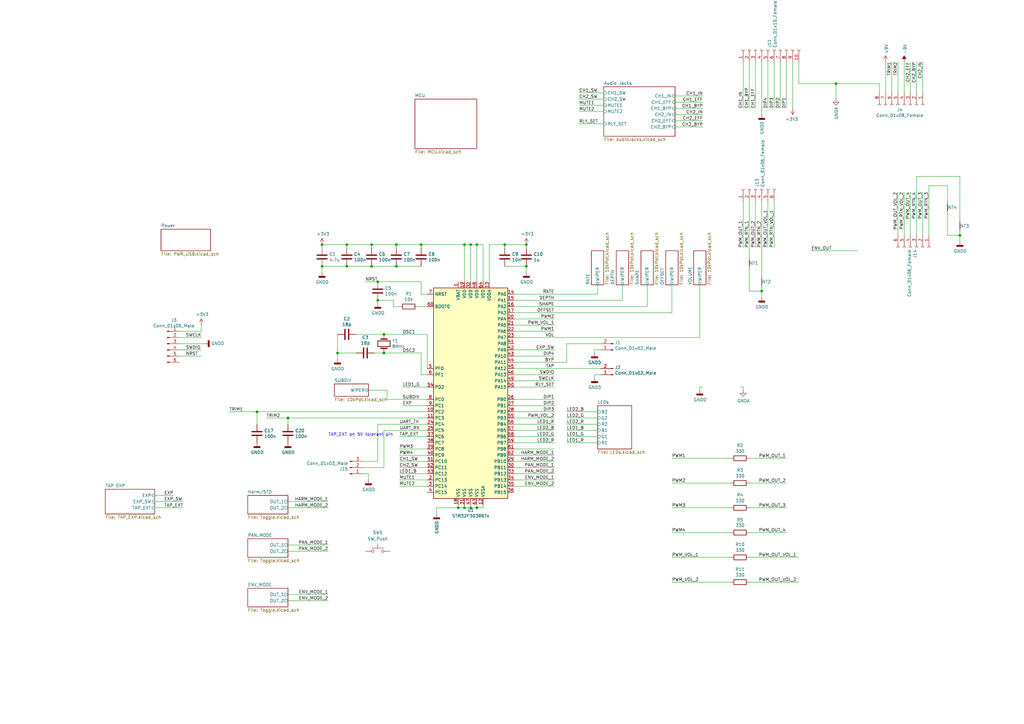
<source format=kicad_sch>
(kicad_sch (version 20250114) (generator "eeschema") (generator_version "9.0")
  (paper "A3")
  (lib_symbols
    (symbol "Device:C" (pin_numbers (hide yes)) (pin_names (offset 0.254))
      (property "Reference" "C" (at 0.635 2.54 0))
      (property "Value" "C" (at 0.635 -2.54 0))
      (symbol "C_1_1"
        (pin passive line (at 0 3.81 270) (length 2.794) (name "~") (number "1"))
        (pin passive line (at 0 -3.81 90) (length 2.794) (name "~") (number "2"))
      )
    )
    (symbol "Device:Crystal" (pin_numbers (hide yes)) (pin_names (offset 1.016) (hide yes))
      (property "Reference" "Y" (at 0 3.81 0))
      (property "Value" "Crystal" (at 0 -3.81 0))
      (symbol "Crystal_1_1"
        (pin passive line (at -3.81 0 0) (length 1.27) (name "1") (number "1"))
        (pin passive line (at 3.81 0 180) (length 1.27) (name "2") (number "2"))
      )
    )
    (symbol "Device:NetTie_2" (pin_numbers (hide yes)) (pin_names (offset 0) (hide yes)) (in_bom no)
      (property "Reference" "NT" (at 0 1.27 0))
      (property "Value" "NetTie_2" (at 0 -1.27 0))
      (symbol "NetTie_2_1_1"
        (pin passive line (at -2.54 0 0) (length 2.54) (name "1") (number "1"))
        (pin passive line (at 2.54 0 180) (length 2.54) (name "2") (number "2"))
      )
    )
    (symbol "Device:R" (pin_numbers (hide yes)) (pin_names (offset 0))
      (property "Reference" "R" (at 2.032 0 90))
      (property "Value" "R" (at 0 0 90))
      (symbol "R_1_1"
        (pin passive line (at 0 3.81 270) (length 1.27) (name "~") (number "1"))
        (pin passive line (at 0 -3.81 90) (length 1.27) (name "~") (number "2"))
      )
    )
    (symbol "Digital Board Rev 2-rescue:+9V-power" (power) (pin_names (offset 0))
      (property "Value" "power_+9V" (at 0 3.556 0))
      (symbol "+9V-power_1_1"
        (pin power_in line (at 0 0 90) (length 0) (hide yes) (name "+9V") (number "1"))
      )
    )
    (symbol "Digital Board Rev 2-rescue:-9V-power" (power) (pin_names (offset 0))
      (property "Value" "power_-9V" (at 0 3.81 0))
      (symbol "-9V-power_1_1"
        (pin power_in line (at 0 0 90) (length 0) (hide yes) (name "-9V") (number "1"))
      )
    )
    (symbol "Digital Board Rev 2-rescue:Conn_01x02_Male-Connector" (pin_names (offset 1.016) (hide yes))
      (property "Reference" "J" (at 0 2.54 0))
      (property "Value" "Connector_Conn_01x02_Male" (at 0 -5.08 0))
      (symbol "Conn_01x02_Male-Connector_1_1"
        (pin passive line (at 5.08 0 180) (length 3.81) (name "Pin_1") (number "1"))
        (pin passive line (at 5.08 -2.54 180) (length 3.81) (name "Pin_2") (number "2"))
      )
    )
    (symbol "Digital Board Rev 2-rescue:Conn_01x03_Male-Connector" (pin_names (offset 1.016) (hide yes))
      (property "Reference" "J" (at 0 5.08 0))
      (property "Value" "Connector_Conn_01x03_Male" (at 0 -5.08 0))
      (symbol "Conn_01x03_Male-Connector_1_1"
        (pin passive line (at 5.08 2.54 180) (length 3.81) (name "Pin_1") (number "1"))
        (pin passive line (at 5.08 0 180) (length 3.81) (name "Pin_2") (number "2"))
        (pin passive line (at 5.08 -2.54 180) (length 3.81) (name "Pin_3") (number "3"))
      )
    )
    (symbol "Digital Board Rev 2-rescue:Conn_01x06_Female-Connector" (pin_names (offset 1.016) (hide yes))
      (property "Reference" "J" (at 0 7.62 0))
      (property "Value" "Connector_Conn_01x06_Female" (at 0 -10.16 0))
      (symbol "Conn_01x06_Female-Connector_1_1"
        (pin passive line (at -5.08 5.08 0) (length 3.81) (name "Pin_1") (number "1"))
        (pin passive line (at -5.08 2.54 0) (length 3.81) (name "Pin_2") (number "2"))
        (pin passive line (at -5.08 0 0) (length 3.81) (name "Pin_3") (number "3"))
        (pin passive line (at -5.08 -2.54 0) (length 3.81) (name "Pin_4") (number "4"))
        (pin passive line (at -5.08 -5.08 0) (length 3.81) (name "Pin_5") (number "5"))
        (pin passive line (at -5.08 -7.62 0) (length 3.81) (name "Pin_6") (number "6"))
      )
    )
    (symbol "Digital Board Rev 2-rescue:Conn_01x06_Male-Connector" (pin_names (offset 1.016) (hide yes))
      (property "Reference" "J" (at 0 7.62 0))
      (property "Value" "Connector_Conn_01x06_Male" (at 0 -10.16 0))
      (symbol "Conn_01x06_Male-Connector_1_1"
        (pin passive line (at 5.08 5.08 180) (length 3.81) (name "Pin_1") (number "1"))
        (pin passive line (at 5.08 2.54 180) (length 3.81) (name "Pin_2") (number "2"))
        (pin passive line (at 5.08 0 180) (length 3.81) (name "Pin_3") (number "3"))
        (pin passive line (at 5.08 -2.54 180) (length 3.81) (name "Pin_4") (number "4"))
        (pin passive line (at 5.08 -5.08 180) (length 3.81) (name "Pin_5") (number "5"))
        (pin passive line (at 5.08 -7.62 180) (length 3.81) (name "Pin_6") (number "6"))
      )
    )
    (symbol "Digital Board Rev 2-rescue:Conn_01x08_Female-Connector" (pin_names (offset 1.016) (hide yes))
      (property "Reference" "J" (at 0 10.16 0))
      (property "Value" "Connector_Conn_01x08_Female" (at 0 -12.7 0))
      (symbol "Conn_01x08_Female-Connector_1_1"
        (pin passive line (at -5.08 7.62 0) (length 3.81) (name "Pin_1") (number "1"))
        (pin passive line (at -5.08 5.08 0) (length 3.81) (name "Pin_2") (number "2"))
        (pin passive line (at -5.08 2.54 0) (length 3.81) (name "Pin_3") (number "3"))
        (pin passive line (at -5.08 0 0) (length 3.81) (name "Pin_4") (number "4"))
        (pin passive line (at -5.08 -2.54 0) (length 3.81) (name "Pin_5") (number "5"))
        (pin passive line (at -5.08 -5.08 0) (length 3.81) (name "Pin_6") (number "6"))
        (pin passive line (at -5.08 -7.62 0) (length 3.81) (name "Pin_7") (number "7"))
        (pin passive line (at -5.08 -10.16 0) (length 3.81) (name "Pin_8") (number "8"))
      )
    )
    (symbol "Digital Board Rev 2-rescue:Conn_01x10_Female-Connector" (pin_names (offset 1.016) (hide yes))
      (property "Reference" "J" (at 0 12.7 0))
      (property "Value" "Connector_Conn_01x10_Female" (at 0 -15.24 0))
      (symbol "Conn_01x10_Female-Connector_1_1"
        (pin passive line (at -5.08 10.16 0) (length 3.81) (name "Pin_1") (number "1"))
        (pin passive line (at -5.08 7.62 0) (length 3.81) (name "Pin_2") (number "2"))
        (pin passive line (at -5.08 5.08 0) (length 3.81) (name "Pin_3") (number "3"))
        (pin passive line (at -5.08 2.54 0) (length 3.81) (name "Pin_4") (number "4"))
        (pin passive line (at -5.08 0 0) (length 3.81) (name "Pin_5") (number "5"))
        (pin passive line (at -5.08 -2.54 0) (length 3.81) (name "Pin_6") (number "6"))
        (pin passive line (at -5.08 -5.08 0) (length 3.81) (name "Pin_7") (number "7"))
        (pin passive line (at -5.08 -7.62 0) (length 3.81) (name "Pin_8") (number "8"))
        (pin passive line (at -5.08 -10.16 0) (length 3.81) (name "Pin_9") (number "9"))
        (pin passive line (at -5.08 -12.7 0) (length 3.81) (name "Pin_10") (number "10"))
      )
    )
    (symbol "Digital Board Rev 2-rescue:GNDA-power" (power) (pin_names (offset 0))
      (property "Value" "power_GNDA" (at 0 -3.81 0))
      (symbol "GNDA-power_1_1"
        (pin power_in line (at 0 0 270) (length 0) (hide yes) (name "GNDA") (number "1"))
      )
    )
    (symbol "Digital Board Rev 2-rescue:GNDD-power" (power) (pin_names (offset 0))
      (property "Value" "power_GNDD" (at 0 -3.175 0))
      (symbol "GNDD-power_1_1"
        (pin power_in line (at 0 0 270) (length 0) (hide yes) (name "GNDD") (number "1"))
      )
    )
    (symbol "Digital Board Rev 2-rescue:STM32F303R6Tx-MCU_ST_STM32F3"
      (property "Reference" "U" (at -15.24 44.45 0))
      (property "Value" "MCU_ST_STM32F3_STM32F303R6Tx" (at 10.16 44.45 0))
      (symbol "STM32F303R6Tx-MCU_ST_STM32F3_1_1"
        (pin input line (at -17.78 40.64 0) (length 2.54) (name "NRST") (number "7"))
        (pin input line (at -17.78 35.56 0) (length 2.54) (name "BOOT0") (number "60"))
        (pin input line (at -17.78 10.16 0) (length 2.54) (name "PF0") (number "5"))
        (pin input line (at -17.78 7.62 0) (length 2.54) (name "PF1") (number "6"))
        (pin bidirectional line (at -17.78 2.54 0) (length 2.54) (name "PD2") (number "54"))
        (pin bidirectional line (at -17.78 -2.54 0) (length 2.54) (name "PC0") (number "8"))
        (pin bidirectional line (at -17.78 -5.08 0) (length 2.54) (name "PC1") (number "9"))
        (pin bidirectional line (at -17.78 -7.62 0) (length 2.54) (name "PC2") (number "10"))
        (pin bidirectional line (at -17.78 -10.16 0) (length 2.54) (name "PC3") (number "11"))
        (pin bidirectional line (at -17.78 -12.7 0) (length 2.54) (name "PC4") (number "24"))
        (pin bidirectional line (at -17.78 -15.24 0) (length 2.54) (name "PC5") (number "25"))
        (pin bidirectional line (at -17.78 -17.78 0) (length 2.54) (name "PC6") (number "37"))
        (pin bidirectional line (at -17.78 -20.32 0) (length 2.54) (name "PC7") (number "38"))
        (pin bidirectional line (at -17.78 -22.86 0) (length 2.54) (name "PC8") (number "39"))
        (pin bidirectional line (at -17.78 -25.4 0) (length 2.54) (name "PC9") (number "40"))
        (pin bidirectional line (at -17.78 -27.94 0) (length 2.54) (name "PC10") (number "51"))
        (pin bidirectional line (at -17.78 -30.48 0) (length 2.54) (name "PC11") (number "52"))
        (pin bidirectional line (at -17.78 -33.02 0) (length 2.54) (name "PC12") (number "53"))
        (pin bidirectional line (at -17.78 -35.56 0) (length 2.54) (name "PC13") (number "2"))
        (pin bidirectional line (at -17.78 -38.1 0) (length 2.54) (name "PC14") (number "3"))
        (pin bidirectional line (at -17.78 -40.64 0) (length 2.54) (name "PC15") (number "4"))
        (pin power_in line (at -5.08 45.72 270) (length 2.54) (name "VBAT") (number "1"))
        (pin power_in line (at -5.08 -45.72 90) (length 2.54) (name "VSS") (number "18"))
        (pin power_in line (at -2.54 45.72 270) (length 2.54) (name "VDD") (number "19"))
        (pin power_in line (at -2.54 -45.72 90) (length 2.54) (name "VSS") (number "31"))
        (pin power_in line (at 0 45.72 270) (length 2.54) (name "VDD") (number "32"))
        (pin power_in line (at 0 -45.72 90) (length 2.54) (name "VSS") (number "47"))
        (pin power_in line (at 2.54 45.72 270) (length 2.54) (name "VDD") (number "48"))
        (pin power_in line (at 2.54 -45.72 90) (length 2.54) (name "VSS") (number "63"))
        (pin power_in line (at 5.08 45.72 270) (length 2.54) (name "VDD") (number "64"))
        (pin power_in line (at 5.08 -45.72 90) (length 2.54) (name "VSSA") (number "12"))
        (pin power_in line (at 7.62 45.72 270) (length 2.54) (name "VDDA") (number "13"))
        (pin bidirectional line (at 17.78 40.64 180) (length 2.54) (name "PA0") (number "14"))
        (pin bidirectional line (at 17.78 38.1 180) (length 2.54) (name "PA1") (number "15"))
        (pin bidirectional line (at 17.78 35.56 180) (length 2.54) (name "PA2") (number "16"))
        (pin bidirectional line (at 17.78 33.02 180) (length 2.54) (name "PA3") (number "17"))
        (pin bidirectional line (at 17.78 30.48 180) (length 2.54) (name "PA4") (number "20"))
        (pin bidirectional line (at 17.78 27.94 180) (length 2.54) (name "PA5") (number "21"))
        (pin bidirectional line (at 17.78 25.4 180) (length 2.54) (name "PA6") (number "22"))
        (pin bidirectional line (at 17.78 22.86 180) (length 2.54) (name "PA7") (number "23"))
        (pin bidirectional line (at 17.78 20.32 180) (length 2.54) (name "PA8") (number "41"))
        (pin bidirectional line (at 17.78 17.78 180) (length 2.54) (name "PA9") (number "42"))
        (pin bidirectional line (at 17.78 15.24 180) (length 2.54) (name "PA10") (number "43"))
        (pin bidirectional line (at 17.78 12.7 180) (length 2.54) (name "PA11") (number "44"))
        (pin bidirectional line (at 17.78 10.16 180) (length 2.54) (name "PA12") (number "45"))
        (pin bidirectional line (at 17.78 7.62 180) (length 2.54) (name "PA13") (number "46"))
        (pin bidirectional line (at 17.78 5.08 180) (length 2.54) (name "PA14") (number "49"))
        (pin bidirectional line (at 17.78 2.54 180) (length 2.54) (name "PA15") (number "50"))
        (pin bidirectional line (at 17.78 -2.54 180) (length 2.54) (name "PB0") (number "26"))
        (pin bidirectional line (at 17.78 -5.08 180) (length 2.54) (name "PB1") (number "27"))
        (pin bidirectional line (at 17.78 -7.62 180) (length 2.54) (name "PB2") (number "28"))
        (pin bidirectional line (at 17.78 -10.16 180) (length 2.54) (name "PB3") (number "55"))
        (pin bidirectional line (at 17.78 -12.7 180) (length 2.54) (name "PB4") (number "56"))
        (pin bidirectional line (at 17.78 -15.24 180) (length 2.54) (name "PB5") (number "57"))
        (pin bidirectional line (at 17.78 -17.78 180) (length 2.54) (name "PB6") (number "58"))
        (pin bidirectional line (at 17.78 -20.32 180) (length 2.54) (name "PB7") (number "59"))
        (pin bidirectional line (at 17.78 -22.86 180) (length 2.54) (name "PB8") (number "61"))
        (pin bidirectional line (at 17.78 -25.4 180) (length 2.54) (name "PB9") (number "62"))
        (pin bidirectional line (at 17.78 -27.94 180) (length 2.54) (name "PB10") (number "29"))
        (pin bidirectional line (at 17.78 -30.48 180) (length 2.54) (name "PB11") (number "30"))
        (pin bidirectional line (at 17.78 -33.02 180) (length 2.54) (name "PB12") (number "33"))
        (pin bidirectional line (at 17.78 -35.56 180) (length 2.54) (name "PB13") (number "34"))
        (pin bidirectional line (at 17.78 -38.1 180) (length 2.54) (name "PB14") (number "35"))
        (pin bidirectional line (at 17.78 -40.64 180) (length 2.54) (name "PB15") (number "36"))
      )
    )
    (symbol "Digital-Board-Rev-2-rescue:+3.3V-power" (power) (pin_names (offset 0))
      (property "Value" "+3.3V-power" (at 0 3.556 0))
      (symbol "+3.3V-power_1_1"
        (pin power_in line (at 0 0 90) (length 0) (hide yes) (name "+3V3") (number "1"))
      )
    )
    (symbol "Switch:SW_Push" (pin_numbers (hide yes)) (pin_names (offset 1.016) (hide yes))
      (property "Reference" "SW" (at 1.27 2.54 0))
      (property "Value" "SW_Push" (at 0 -1.524 0))
      (symbol "SW_Push_0_1"
        (pin passive line (at -5.08 0 0) (length 2.54) (name "1") (number "1"))
        (pin passive line (at 5.08 0 180) (length 2.54) (name "2") (number "2"))
      )
    )
  )
  (text "TAP_EXT on 5V tolerant pin" (at 134.62 179.07 0) (effects (font (size 1.27 1.27)) (justify left bottom)))
  (junction (at 393.7 96.52))
  (junction (at 193.04 100.33))
  (junction (at 207.01 100.33))
  (junction (at 187.96 208.28))
  (junction (at 138.43 144.78))
  (junction (at 154.94 115.57))
  (junction (at 132.08 109.22))
  (junction (at 118.11 171.45))
  (junction (at 195.58 208.28))
  (junction (at 142.24 100.33))
  (junction (at 190.5 208.28))
  (junction (at 142.24 109.22))
  (junction (at 312.42 119.38))
  (junction (at 193.04 208.28))
  (junction (at 190.5 100.33))
  (junction (at 105.41 168.91))
  (junction (at 132.08 100.33))
  (junction (at 162.56 109.22))
  (junction (at 152.4 109.22))
  (junction (at 157.48 144.78))
  (junction (at 162.56 100.33))
  (junction (at 172.72 100.33))
  (junction (at 215.9 100.33))
  (junction (at 152.4 100.33))
  (junction (at 215.9 109.22))
  (junction (at 157.48 137.16))
  (junction (at 154.94 123.19))
  (junction (at 195.58 100.33))
  (junction (at 342.9 34.29))
  (wire (pts (xy 134.62 208.28) (xy 118.11 208.28)))
  (wire (pts (xy 82.55 135.89) (xy 73.66 135.89)))
  (wire (pts (xy 152.4 100.33) (xy 162.56 100.33)))
  (wire (pts (xy 375.92 72.39) (xy 375.92 96.52)))
  (wire (pts (xy 71.12 203.2) (xy 63.5 203.2)))
  (wire (pts (xy 370.84 96.52) (xy 370.84 78.74)))
  (wire (pts (xy 163.83 196.85) (xy 175.26 196.85)))
  (wire (pts (xy 363.22 25.4) (xy 363.22 38.1)))
  (wire (pts (xy 312.42 119.38) (xy 312.42 118.11)))
  (wire (pts (xy 307.34 198.12) (xy 322.58 198.12)))
  (wire (pts (xy 332.74 102.87) (xy 351.79 102.87)))
  (wire (pts (xy 132.08 101.6) (xy 132.08 100.33)))
  (wire (pts (xy 198.12 100.33) (xy 195.58 100.33)))
  (wire (pts (xy 375.92 72.39) (xy 393.7 72.39)))
  (wire (pts (xy 232.41 181.61) (xy 245.11 181.61)))
  (wire (pts (xy 154.94 115.57) (xy 172.72 115.57)))
  (wire (pts (xy 210.82 133.35) (xy 227.33 133.35)))
  (wire (pts (xy 227.33 189.23) (xy 210.82 189.23)))
  (wire (pts (xy 307.34 228.6) (xy 327.66 228.6)))
  (wire (pts (xy 154.94 189.23) (xy 154.94 173.99)))
  (wire (pts (xy 207.01 100.33) (xy 200.66 100.33)))
  (wire (pts (xy 163.83 186.69) (xy 175.26 186.69)))
  (wire (pts (xy 179.07 208.28) (xy 179.07 210.82)))
  (wire (pts (xy 393.7 99.06) (xy 393.7 96.52)))
  (wire (pts (xy 193.04 115.57) (xy 193.04 100.33)))
  (wire (pts (xy 138.43 144.78) (xy 138.43 137.16)))
  (wire (pts (xy 172.72 115.57) (xy 172.72 120.65)))
  (wire (pts (xy 232.41 140.97) (xy 232.41 148.59)))
  (wire (pts (xy 243.84 153.67) (xy 246.38 153.67)))
  (wire (pts (xy 342.9 34.29) (xy 360.68 34.29)))
  (wire (pts (xy 275.59 238.76) (xy 299.72 238.76)))
  (wire (pts (xy 195.58 115.57) (xy 195.58 100.33)))
  (wire (pts (xy 158.75 163.83) (xy 175.26 163.83)))
  (wire (pts (xy 276.86 41.91) (xy 288.29 41.91)))
  (wire (pts (xy 314.96 44.45) (xy 314.96 25.4)))
  (wire (pts (xy 163.83 189.23) (xy 175.26 189.23)))
  (wire (pts (xy 132.08 109.22) (xy 142.24 109.22)))
  (wire (pts (xy 227.33 158.75) (xy 210.82 158.75)))
  (wire (pts (xy 118.11 171.45) (xy 175.26 171.45)))
  (wire (pts (xy 365.76 25.4) (xy 365.76 38.1)))
  (wire (pts (xy 237.49 45.72) (xy 247.65 45.72)))
  (wire (pts (xy 237.49 50.8) (xy 247.65 50.8)))
  (wire (pts (xy 207.01 109.22) (xy 215.9 109.22)))
  (wire (pts (xy 190.5 208.28) (xy 190.5 207.01)))
  (wire (pts (xy 152.4 101.6) (xy 152.4 100.33)))
  (wire (pts (xy 227.33 168.91) (xy 210.82 168.91)))
  (wire (pts (xy 276.86 49.53) (xy 288.29 49.53)))
  (wire (pts (xy 227.33 135.89) (xy 210.82 135.89)))
  (wire (pts (xy 193.04 100.33) (xy 190.5 100.33)))
  (wire (pts (xy 232.41 176.53) (xy 245.11 176.53)))
  (wire (pts (xy 210.82 148.59) (xy 232.41 148.59)))
  (wire (pts (xy 172.72 100.33) (xy 190.5 100.33)))
  (wire (pts (xy 393.7 72.39) (xy 393.7 90.17)))
  (wire (pts (xy 342.9 34.29) (xy 327.66 34.29)))
  (wire (pts (xy 163.83 199.39) (xy 175.26 199.39)))
  (wire (pts (xy 161.29 125.73) (xy 163.83 125.73)))
  (wire (pts (xy 138.43 147.32) (xy 138.43 144.78)))
  (wire (pts (xy 215.9 111.76) (xy 215.9 109.22)))
  (wire (pts (xy 187.96 208.28) (xy 190.5 208.28)))
  (wire (pts (xy 275.59 187.96) (xy 299.72 187.96)))
  (wire (pts (xy 288.29 46.99) (xy 276.86 46.99)))
  (wire (pts (xy 304.8 158.75) (xy 303.53 158.75)))
  (wire (pts (xy 162.56 109.22) (xy 172.72 109.22)))
  (wire (pts (xy 163.83 184.15) (xy 175.26 184.15)))
  (wire (pts (xy 232.41 173.99) (xy 245.11 173.99)))
  (wire (pts (xy 154.94 123.19) (xy 161.29 123.19)))
  (wire (pts (xy 275.59 198.12) (xy 299.72 198.12)))
  (wire (pts (xy 275.59 208.28) (xy 299.72 208.28)))
  (wire (pts (xy 232.41 179.07) (xy 245.11 179.07)))
  (wire (pts (xy 227.33 143.51) (xy 210.82 143.51)))
  (wire (pts (xy 134.62 246.38) (xy 118.11 246.38)))
  (wire (pts (xy 327.66 34.29) (xy 327.66 25.4)))
  (wire (pts (xy 138.43 144.78) (xy 146.05 144.78)))
  (wire (pts (xy 161.29 123.19) (xy 161.29 125.73)))
  (wire (pts (xy 134.62 223.52) (xy 118.11 223.52)))
  (wire (pts (xy 210.82 156.21) (xy 227.33 156.21)))
  (wire (pts (xy 312.42 46.99) (xy 312.42 25.4)))
  (wire (pts (xy 179.07 208.28) (xy 187.96 208.28)))
  (wire (pts (xy 388.62 96.52) (xy 393.7 96.52)))
  (wire (pts (xy 243.84 144.78) (xy 243.84 143.51)))
  (wire (pts (xy 275.59 116.84) (xy 275.59 128.27)))
  (wire (pts (xy 210.82 151.13) (xy 246.38 151.13)))
  (wire (pts (xy 190.5 208.28) (xy 193.04 208.28)))
  (wire (pts (xy 227.33 191.77) (xy 210.82 191.77)))
  (wire (pts (xy 243.84 143.51) (xy 246.38 143.51)))
  (wire (pts (xy 342.9 40.64) (xy 342.9 34.29)))
  (wire (pts (xy 227.33 130.81) (xy 210.82 130.81)))
  (wire (pts (xy 227.33 196.85) (xy 210.82 196.85)))
  (wire (pts (xy 171.45 125.73) (xy 175.26 125.73)))
  (wire (pts (xy 255.27 116.84) (xy 255.27 123.19)))
  (wire (pts (xy 175.26 151.13) (xy 175.26 137.16)))
  (wire (pts (xy 162.56 101.6) (xy 162.56 100.33)))
  (wire (pts (xy 132.08 100.33) (xy 142.24 100.33)))
  (wire (pts (xy 210.82 125.73) (xy 265.43 125.73)))
  (wire (pts (xy 151.13 194.31) (xy 151.13 196.85)))
  (wire (pts (xy 82.55 146.05) (xy 73.66 146.05)))
  (wire (pts (xy 275.59 228.6) (xy 299.72 228.6)))
  (wire (pts (xy 157.48 176.53) (xy 157.48 191.77)))
  (wire (pts (xy 157.48 176.53) (xy 175.26 176.53)))
  (wire (pts (xy 134.62 205.74) (xy 118.11 205.74)))
  (wire (pts (xy 109.22 171.45) (xy 118.11 171.45)))
  (wire (pts (xy 215.9 100.33) (xy 207.01 100.33)))
  (wire (pts (xy 210.82 179.07) (xy 227.33 179.07)))
  (wire (pts (xy 276.86 44.45) (xy 288.29 44.45)))
  (wire (pts (xy 157.48 191.77) (xy 148.59 191.77)))
  (wire (pts (xy 172.72 144.78) (xy 172.72 153.67)))
  (wire (pts (xy 195.58 208.28) (xy 195.58 207.01)))
  (wire (pts (xy 373.38 25.4) (xy 373.38 38.1)))
  (wire (pts (xy 210.82 120.65) (xy 245.11 120.65)))
  (wire (pts (xy 373.38 78.74) (xy 373.38 96.52)))
  (wire (pts (xy 287.02 116.84) (xy 287.02 138.43)))
  (wire (pts (xy 227.33 181.61) (xy 210.82 181.61)))
  (wire (pts (xy 360.68 34.29) (xy 360.68 38.1)))
  (wire (pts (xy 118.11 173.99) (xy 118.11 171.45)))
  (wire (pts (xy 148.59 189.23) (xy 154.94 189.23)))
  (wire (pts (xy 375.92 25.4) (xy 375.92 38.1)))
  (wire (pts (xy 210.82 173.99) (xy 227.33 173.99)))
  (wire (pts (xy 287.02 158.75) (xy 287.02 160.02)))
  (wire (pts (xy 172.72 120.65) (xy 175.26 120.65)))
  (wire (pts (xy 82.55 143.51) (xy 73.66 143.51)))
  (wire (pts (xy 227.33 186.69) (xy 210.82 186.69)))
  (wire (pts (xy 142.24 101.6) (xy 142.24 100.33)))
  (wire (pts (xy 307.34 119.38) (xy 312.42 119.38)))
  (wire (pts (xy 154.94 173.99) (xy 175.26 173.99)))
  (wire (pts (xy 307.34 218.44) (xy 322.58 218.44)))
  (wire (pts (xy 314.96 101.6) (xy 314.96 82.55)))
  (wire (pts (xy 378.46 96.52) (xy 378.46 78.74)))
  (wire (pts (xy 307.34 25.4) (xy 307.34 44.45)))
  (wire (pts (xy 200.66 100.33) (xy 200.66 115.57)))
  (wire (pts (xy 227.33 171.45) (xy 210.82 171.45)))
  (wire (pts (xy 307.34 238.76) (xy 327.66 238.76)))
  (wire (pts (xy 142.24 100.33) (xy 152.4 100.33)))
  (wire (pts (xy 82.55 138.43) (xy 73.66 138.43)))
  (wire (pts (xy 165.1 166.37) (xy 175.26 166.37)))
  (wire (pts (xy 193.04 208.28) (xy 195.58 208.28)))
  (wire (pts (xy 157.48 144.78) (xy 172.72 144.78)))
  (wire (pts (xy 193.04 208.28) (xy 193.04 207.01)))
  (wire (pts (xy 175.26 137.16) (xy 157.48 137.16)))
  (wire (pts (xy 210.82 153.67) (xy 227.33 153.67)))
  (wire (pts (xy 237.49 40.64) (xy 247.65 40.64)))
  (wire (pts (xy 210.82 128.27) (xy 275.59 128.27)))
  (wire (pts (xy 232.41 168.91) (xy 245.11 168.91)))
  (wire (pts (xy 288.29 39.37) (xy 276.86 39.37)))
  (wire (pts (xy 163.83 194.31) (xy 175.26 194.31)))
  (wire (pts (xy 317.5 44.45) (xy 317.5 25.4)))
  (wire (pts (xy 175.26 153.67) (xy 172.72 153.67)))
  (wire (pts (xy 232.41 171.45) (xy 245.11 171.45)))
  (wire (pts (xy 304.8 160.02) (xy 304.8 158.75)))
  (wire (pts (xy 134.62 226.06) (xy 118.11 226.06)))
  (wire (pts (xy 322.58 208.28) (xy 307.34 208.28)))
  (wire (pts (xy 146.05 137.16) (xy 157.48 137.16)))
  (wire (pts (xy 151.13 160.02) (xy 158.75 160.02)))
  (wire (pts (xy 187.96 208.28) (xy 187.96 207.01)))
  (wire (pts (xy 227.33 166.37) (xy 210.82 166.37)))
  (wire (pts (xy 312.42 82.55) (xy 312.42 113.03)))
  (wire (pts (xy 157.48 144.78) (xy 153.67 144.78)))
  (wire (pts (xy 227.33 176.53) (xy 210.82 176.53)))
  (wire (pts (xy 227.33 194.31) (xy 210.82 194.31)))
  (wire (pts (xy 320.04 44.45) (xy 320.04 25.4)))
  (wire (pts (xy 317.5 101.6) (xy 317.5 82.55)))
  (wire (pts (xy 190.5 100.33) (xy 190.5 115.57)))
  (wire (pts (xy 154.94 115.57) (xy 149.86 115.57)))
  (wire (pts (xy 325.12 44.45) (xy 325.12 25.4)))
  (wire (pts (xy 393.7 96.52) (xy 393.7 95.25)))
  (wire (pts (xy 245.11 116.84) (xy 245.11 120.65)))
  (wire (pts (xy 148.59 194.31) (xy 151.13 194.31)))
  (wire (pts (xy 288.29 158.75) (xy 287.02 158.75)))
  (wire (pts (xy 210.82 163.83) (xy 227.33 163.83)))
  (wire (pts (xy 237.49 38.1) (xy 247.65 38.1)))
  (wire (pts (xy 307.34 110.49) (xy 307.34 119.38)))
  (wire (pts (xy 82.55 133.35) (xy 82.55 135.89)))
  (wire (pts (xy 309.88 101.6) (xy 309.88 82.55)))
  (wire (pts (xy 195.58 100.33) (xy 193.04 100.33)))
  (wire (pts (xy 63.5 208.28) (xy 74.93 208.28)))
  (wire (pts (xy 210.82 184.15) (xy 227.33 184.15)))
  (wire (pts (xy 237.49 43.18) (xy 247.65 43.18)))
  (wire (pts (xy 210.82 138.43) (xy 287.02 138.43)))
  (wire (pts (xy 276.86 52.07) (xy 288.29 52.07)))
  (wire (pts (xy 83.82 140.97) (xy 73.66 140.97)))
  (wire (pts (xy 63.5 205.74) (xy 74.93 205.74)))
  (wire (pts (xy 388.62 76.2) (xy 381 76.2)))
  (wire (pts (xy 370.84 25.4) (xy 370.84 38.1)))
  (wire (pts (xy 134.62 243.84) (xy 118.11 243.84)))
  (wire (pts (xy 381 76.2) (xy 381 96.52)))
  (wire (pts (xy 105.41 168.91) (xy 175.26 168.91)))
  (wire (pts (xy 304.8 101.6) (xy 304.8 82.55)))
  (wire (pts (xy 368.3 25.4) (xy 368.3 38.1)))
  (wire (pts (xy 154.94 123.19) (xy 154.94 124.46)))
  (wire (pts (xy 210.82 123.19) (xy 255.27 123.19)))
  (wire (pts (xy 388.62 82.55) (xy 388.62 76.2)))
  (wire (pts (xy 309.88 44.45) (xy 309.88 25.4)))
  (wire (pts (xy 227.33 146.05) (xy 210.82 146.05)))
  (wire (pts (xy 243.84 154.94) (xy 243.84 153.67)))
  (wire (pts (xy 195.58 208.28) (xy 198.12 208.28)))
  (wire (pts (xy 275.59 218.44) (xy 299.72 218.44)))
  (wire (pts (xy 152.4 109.22) (xy 162.56 109.22)))
  (wire (pts (xy 132.08 111.76) (xy 132.08 109.22)))
  (wire (pts (xy 207.01 101.6) (xy 207.01 100.33)))
  (wire (pts (xy 142.24 109.22) (xy 152.4 109.22)))
  (wire (pts (xy 210.82 199.39) (xy 227.33 199.39)))
  (wire (pts (xy 93.98 168.91) (xy 105.41 168.91)))
  (wire (pts (xy 232.41 140.97) (xy 246.38 140.97)))
  (wire (pts (xy 378.46 25.4) (xy 378.46 38.1)))
  (wire (pts (xy 105.41 173.99) (xy 105.41 168.91)))
  (wire (pts (xy 388.62 87.63) (xy 388.62 96.52)))
  (wire (pts (xy 368.3 78.74) (xy 368.3 96.52)))
  (wire (pts (xy 265.43 116.84) (xy 265.43 125.73)))
  (wire (pts (xy 158.75 160.02) (xy 158.75 163.83)))
  (wire (pts (xy 307.34 187.96) (xy 322.58 187.96)))
  (wire (pts (xy 172.72 101.6) (xy 172.72 100.33)))
  (wire (pts (xy 163.83 191.77) (xy 175.26 191.77)))
  (wire (pts (xy 307.34 82.55) (xy 307.34 105.41)))
  (wire (pts (xy 322.58 44.45) (xy 322.58 25.4)))
  (wire (pts (xy 165.1 158.75) (xy 175.26 158.75)))
  (wire (pts (xy 163.83 179.07) (xy 175.26 179.07)))
  (wire (pts (xy 312.42 121.92) (xy 312.42 119.38)))
  (wire (pts (xy 162.56 100.33) (xy 172.72 100.33)))
  (wire (pts (xy 198.12 208.28) (xy 198.12 207.01)))
  (wire (pts (xy 198.12 115.57) (xy 198.12 100.33)))
  (wire (pts (xy 215.9 101.6) (xy 215.9 100.33)))
  (wire (pts (xy 304.8 44.45) (xy 304.8 25.4)))
  (label "DIP2" (at 227.33 166.37 180))
  (label "HARM_MODE_2" (at 134.62 208.28 180))
  (label "CH2_BYP" (at 288.29 52.07 180))
  (label "PWM_OUT_1" (at 304.8 101.6 90))
  (label "DIP3" (at 227.33 168.91 180))
  (label "DIP2" (at 320.04 44.45 90))
  (label "LED2_B" (at 232.41 168.91 0))
  (label "LED2_G" (at 227.33 179.07 180))
  (label "ENV_MODE_2" (at 134.62 246.38 180))
  (label "PAN_MODE_1" (at 134.62 223.52 180))
  (label "PWM_OUT_3" (at 311.15 208.28 0))
  (label "EXP" (at 165.1 166.37 0))
  (label "PWM_OUT_1" (at 311.15 187.96 0))
  (label "SHAPE" (at 227.33 125.73 180))
  (label "LED1_G" (at 232.41 179.07 0))
  (label "PWM_OUT_4" (at 311.15 218.44 0))
  (label "OSC2" (at 165.1 144.78 0))
  (label "CH2_SW" (at 163.83 191.77 0))
  (label "SUBDIV" (at 165.1 163.83 0))
  (label "LED1_B" (at 232.41 176.53 0))
  (label "SWCLK" (at 76.2 138.43 0))
  (label "TRIM1" (at 93.98 168.91 0))
  (label "MUTE1" (at 237.49 43.18 0))
  (label "PWM_RTN_VOL_1" (at 317.5 101.6 90))
  (label "TRIM2" (at 109.22 171.45 0))
  (label "BYP" (at 227.33 148.59 180))
  (label "MUTE2" (at 237.49 45.72 0))
  (label "ENV_MODE_1" (at 227.33 196.85 180))
  (label "CH1_IN" (at 288.29 39.37 180))
  (label "HARM_MODE_1" (at 227.33 186.69 180))
  (label "PWM_RTN_2" (at 312.42 101.6 90))
  (label "PWM_OUT_VOL_2" (at 368.3 78.74 270))
  (label "RATE" (at 227.33 120.65 180))
  (label "PWM2" (at 275.59 198.12 0))
  (label "OFFSET" (at 227.33 128.27 180))
  (label "EXP" (at 67.31 203.2 0))
  (label "OSC1" (at 165.1 137.16 0))
  (label "PAN_MODE_2" (at 227.33 194.31 180))
  (label "LED2_G" (at 232.41 171.45 0))
  (label "PWM_VOL_1" (at 275.59 228.6 0))
  (label "CH2_IN" (at 378.46 25.4 270))
  (label "PAN_MODE_1" (at 227.33 191.77 180))
  (label "EXP_SW" (at 67.31 205.74 0))
  (label "NRST" (at 76.2 146.05 0))
  (label "CH1_BYP" (at 288.29 44.45 180))
  (label "PWM_OUT_VOL_1" (at 314.96 101.6 90))
  (label "PWM4" (at 275.59 218.44 0))
  (label "CH2_BYP" (at 375.92 25.4 270))
  (label "PWM_OUT_3" (at 378.46 78.74 270))
  (label "UART_RX" (at 163.83 176.53 0))
  (label "CH2_SW" (at 237.49 40.64 0))
  (label "ENV_OUT" (at 332.74 102.87 0))
  (label "CH1_IN" (at 304.8 44.45 90))
  (label "ENV_MODE_2" (at 227.33 199.39 180))
  (label "LED2_R" (at 232.41 173.99 0))
  (label "CH1_BYP" (at 307.34 44.45 90))
  (label "LED2_R" (at 227.33 181.61 180))
  (label "RLY_SET" (at 227.33 158.75 180))
  (label "PWM_OUT_VOL_1" (at 311.15 228.6 0))
  (label "SWDIO" (at 76.2 143.51 0))
  (label "LED1_G" (at 165.1 158.75 0))
  (label "CH2_IN" (at 288.29 46.99 180))
  (label "PWM_OUT_2" (at 309.88 101.6 90))
  (label "PWM_VOL_1" (at 227.33 133.35 180))
  (label "DEPTH" (at 227.33 123.19 180))
  (label "CH1_EFF" (at 309.88 44.45 90))
  (label "PWM_VOL_2" (at 275.59 238.76 0))
  (label "SWCLK" (at 227.33 156.21 180))
  (label "DIP4" (at 227.33 146.05 180))
  (label "MUTE1" (at 163.83 196.85 0))
  (label "DIP4" (at 314.96 44.45 90))
  (label "PWM_RTN_3" (at 381 78.74 270))
  (label "PWM3" (at 163.83 184.15 0))
  (label "RLY_SET" (at 237.49 50.8 0))
  (label "PWM_RTN_1" (at 307.34 101.6 90))
  (label "TAP_EXT" (at 67.31 208.28 0))
  (label "PWM2" (at 227.33 130.81 180))
  (label "CH1_EFF" (at 288.29 41.91 180))
  (label "NRST" (at 149.86 115.57 0))
  (label "MUTE2" (at 163.83 199.39 0))
  (label "HARM_MODE_1" (at 134.62 205.74 180))
  (label "LED2_B" (at 227.33 176.53 180))
  (label "CH1_SW" (at 163.83 189.23 0))
  (label "ENV_MODE_1" (at 134.62 243.84 180))
  (label "PWM1" (at 275.59 187.96 0))
  (label "PWM_OUT_4" (at 373.38 78.74 270))
  (label "PWM3" (at 275.59 208.28 0))
  (label "TAP_EXT" (at 163.83 179.07 0))
  (label "PAN_MODE_2" (at 134.62 226.06 180))
  (label "TRIM2" (at 368.3 25.4 270))
  (label "PWM_OUT_VOL_2" (at 311.15 238.76 0))
  (label "UART_TX" (at 163.83 173.99 0))
  (label "CH1_SW" (at 237.49 38.1 0))
  (label "PWM_RTN_VOL_2" (at 370.84 78.74 270))
  (label "PWM4" (at 163.83 186.69 0))
  (label "PWM1" (at 227.33 135.89 180))
  (label "LED1_B" (at 163.83 194.31 0))
  (label "PWM_RTN_4" (at 375.92 78.74 270))
  (label "CH2_EFF" (at 373.38 25.4 270))
  (label "DIP1" (at 227.33 163.83 180))
  (label "TRIM1" (at 365.76 25.4 270))
  (label "TAP" (at 227.33 151.13 180))
  (label "EXP_SW" (at 227.33 143.51 180))
  (label "SWDIO" (at 227.33 153.67 180))
  (label "DIP3" (at 317.5 44.45 90))
  (label "VOL" (at 227.33 138.43 180))
  (label "HARM_MODE_2" (at 227.33 189.23 180))
  (label "PWM_VOL_2" (at 227.33 171.45 180))
  (label "PWM_OUT_2" (at 311.15 198.12 0))
  (label "CH2_EFF" (at 288.29 49.53 180))
  (label "LED1_R" (at 232.41 181.61 0))
  (label "DIP1" (at 322.58 44.45 90))
  (label "LED1_R" (at 227.33 173.99 180))
  (symbol (lib_id "Device:C") (at 172.72 105.41 0) (unit 1)
    (property "Reference" "C8" (at 175.641 104.2416 0) (effects (justify left)))
    (property "Value" "100n" (at 175.641 106.553 0) (effects (justify left)))
    (property "Footprint" "Capacitor_SMD:C_0805_2012Metric_Pad1.18x1.45mm_HandSolder" (effects (hide yes)))
  )
  (symbol (lib_id "Device:C") (at 162.56 105.41 0) (unit 1)
    (property "Reference" "C7" (at 165.481 104.2416 0) (effects (justify left)))
    (property "Value" "100n" (at 165.481 106.553 0) (effects (justify left)))
    (property "Footprint" "Capacitor_SMD:C_0805_2012Metric_Pad1.18x1.45mm_HandSolder" (effects (hide yes)))
  )
  (symbol (lib_id "Device:C") (at 152.4 105.41 0) (unit 1)
    (property "Reference" "C6" (at 155.321 104.2416 0) (effects (justify left)))
    (property "Value" "100n" (at 155.321 106.553 0) (effects (justify left)))
    (property "Footprint" "Capacitor_SMD:C_0805_2012Metric_Pad1.18x1.45mm_HandSolder" (effects (hide yes)))
  )
  (symbol (lib_id "Device:C") (at 142.24 105.41 0) (unit 1)
    (property "Reference" "C4" (at 145.161 104.2416 0) (effects (justify left)))
    (property "Value" "100n" (at 145.161 106.553 0) (effects (justify left)))
    (property "Footprint" "Capacitor_SMD:C_0805_2012Metric_Pad1.18x1.45mm_HandSolder" (effects (hide yes)))
  )
  (symbol (lib_id "Device:C") (at 132.08 105.41 0) (unit 1)
    (property "Reference" "C1" (at 135.001 104.2416 0) (effects (justify left)))
    (property "Value" "4.7u" (at 135.001 106.553 0) (effects (justify left)))
    (property "Footprint" "Capacitor_SMD:C_0805_2012Metric_Pad1.18x1.45mm_HandSolder" (effects (hide yes)))
  )
  (symbol (lib_id "Device:C") (at 207.01 105.41 0) (unit 1)
    (property "Reference" "C9" (at 209.931 104.2416 0) (effects (justify left)))
    (property "Value" "10n" (at 209.931 106.553 0) (effects (justify left)))
    (property "Footprint" "Capacitor_SMD:C_0805_2012Metric_Pad1.18x1.45mm_HandSolder" (effects (hide yes)))
  )
  (symbol (lib_id "Device:C") (at 215.9 105.41 0) (unit 1)
    (property "Reference" "C10" (at 218.821 104.2416 0) (effects (justify left)))
    (property "Value" "1u" (at 218.821 106.553 0) (effects (justify left)))
    (property "Footprint" "Capacitor_SMD:C_0805_2012Metric_Pad1.18x1.45mm_HandSolder" (effects (hide yes)))
  )
  (symbol (lib_id "Device:C") (at 154.94 119.38 0) (unit 1)
    (property "Reference" "C5" (at 157.861 118.2116 0) (effects (justify left)))
    (property "Value" "100n" (at 157.861 120.523 0) (effects (justify left)))
    (property "Footprint" "Capacitor_SMD:C_0805_2012Metric_Pad1.18x1.45mm_HandSolder" (effects (hide yes)))
  )
  (symbol (lib_id "Digital-Board-Rev-2-rescue:+3.3V-power") (at 132.08 100.33 0) (unit 1)
    (property "Reference" "#PWR0103" (effects (hide yes)))
    (property "Value" "+3V3" (at 132.461 95.9358 0))
  )
  (symbol (lib_id "Digital-Board-Rev-2-rescue:+3.3V-power") (at 215.9 100.33 0) (unit 1)
    (property "Reference" "#PWR0104" (effects (hide yes)))
    (property "Value" "+3V3" (at 216.281 95.9358 0))
  )
  (symbol (lib_id "Device:R") (at 167.64 125.73 90) (unit 1)
    (property "Reference" "R1" (at 167.64 120.4722 90))
    (property "Value" "10k" (at 167.64 122.7836 90))
    (property "Footprint" "Resistor_SMD:R_0805_2012Metric_Pad1.20x1.40mm_HandSolder" (effects (hide yes)))
  )
  (symbol (lib_id "Device:Crystal") (at 157.48 140.97 90) (unit 1)
    (property "Reference" "Y1" (at 160.8074 139.8016 90) (effects (justify right)))
    (property "Value" "8MHz" (at 160.8074 142.113 90) (effects (justify right)))
    (property "Footprint" "Crystal:Crystal_HC49-U_Vertical" (effects (hide yes)))
  )
  (symbol (lib_id "Device:C") (at 142.24 137.16 90) (unit 1)
    (property "Reference" "C2" (at 142.24 130.7592 90))
    (property "Value" "18p" (at 142.24 133.0706 90))
    (property "Footprint" "Capacitor_SMD:C_0805_2012Metric_Pad1.18x1.45mm_HandSolder" (effects (hide yes)))
  )
  (symbol (lib_id "Device:C") (at 149.86 144.78 90) (unit 1)
    (property "Reference" "C3" (at 149.86 138.3792 90))
    (property "Value" "18p" (at 149.86 140.6906 90))
    (property "Footprint" "Capacitor_SMD:C_0805_2012Metric_Pad1.18x1.45mm_HandSolder" (effects (hide yes)))
  )
  (symbol (lib_id "Digital Board Rev 2-rescue:STM32F303R6Tx-MCU_ST_STM32F3") (at 193.04 161.29 0) (unit 1)
    (property "Reference" "U1" (at 193.04 209.2706 0))
    (property "Value" "STM32F303R6Tx" (at 193.04 211.582 0))
    (property "Footprint" "Package_QFP:LQFP-64_10x10mm_P0.5mm" (effects (hide yes)))
    (property "Datasheet" "http://www.st.com/st-web-ui/static/active/en/resource/technical/document/datasheet/DM00092070.pdf" (effects (hide yes)))
  )
  (symbol (lib_id "Digital Board Rev 2-rescue:Conn_01x02_Male-Connector") (at 251.46 143.51 180) (unit 1)
    (property "Reference" "J1" (at 252.1712 140.5128 0) (effects (justify right)))
    (property "Value" "Conn_01x02_Male" (at 252.1712 142.8242 0) (effects (justify right)))
    (property "Footprint" "Connector_PinHeader_2.54mm:PinHeader_1x02_P2.54mm_Vertical" (effects (hide yes)))
  )
  (symbol (lib_id "Digital Board Rev 2-rescue:Conn_01x02_Male-Connector") (at 251.46 153.67 180) (unit 1)
    (property "Reference" "J2" (at 252.1712 150.6728 0) (effects (justify right)))
    (property "Value" "Conn_01x02_Male" (at 252.1712 152.9842 0) (effects (justify right)))
    (property "Footprint" "Connector_PinHeader_2.54mm:PinHeader_1x02_P2.54mm_Vertical" (effects (hide yes)))
  )
  (symbol (lib_id "Digital Board Rev 2-rescue:GNDD-power") (at 243.84 154.94 0) (unit 1)
    (property "Reference" "#PWR0108" (effects (hide yes)))
    (property "Value" "GNDD" (at 243.9416 158.877 0))
  )
  (symbol (lib_id "Digital Board Rev 2-rescue:GNDD-power") (at 243.84 144.78 0) (unit 1)
    (property "Reference" "#PWR0109" (effects (hide yes)))
    (property "Value" "GNDD" (at 243.9416 148.717 0))
  )
  (symbol (lib_id "Digital Board Rev 2-rescue:Conn_01x06_Female-Connector") (at 375.92 101.6 270) (unit 1)
    (property "Reference" "J14" (at 375.3104 102.3112 0) (effects (justify left)))
    (property "Value" "Conn_01x06_Female" (at 372.999 102.3112 0) (effects (justify left)))
    (property "Footprint" "Connector_PinSocket_2.54mm:PinSocket_1x06_P2.54mm_Vertical" (effects (hide yes)))
  )
  (symbol (lib_id "Digital Board Rev 2-rescue:Conn_01x06_Female-Connector") (at 309.88 77.47 90) (unit 1)
    (property "Reference" "J13" (at 310.4896 76.7588 0) (effects (justify left)))
    (property "Value" "Conn_01x06_Female" (at 312.801 76.7588 0) (effects (justify left)))
    (property "Footprint" "Connector_PinSocket_2.54mm:PinSocket_1x06_P2.54mm_Vertical" (effects (hide yes)))
  )
  (symbol (lib_id "Digital Board Rev 2-rescue:Conn_01x10_Female-Connector") (at 314.96 20.32 90) (unit 1)
    (property "Reference" "J11" (at 315.5696 19.6088 0) (effects (justify left)))
    (property "Value" "Conn_01x10_Female" (at 317.881 19.6088 0) (effects (justify left)))
    (property "Footprint" "Connector_PinSocket_2.54mm:PinSocket_1x10_P2.54mm_Vertical" (effects (hide yes)))
  )
  (symbol (lib_id "Digital Board Rev 2-rescue:+9V-power") (at 363.22 25.4 0) (unit 1)
    (property "Reference" "#PWR0101" (effects (hide yes)))
    (property "Value" "+9V" (at 363.601 22.1488 90) (effects (justify left)))
  )
  (symbol (lib_id "Digital Board Rev 2-rescue:GNDD-power") (at 138.43 147.32 0) (unit 1)
    (property "Reference" "#PWR0102" (effects (hide yes)))
    (property "Value" "GNDD" (at 138.5316 151.257 0))
  )
  (symbol (lib_id "Digital Board Rev 2-rescue:GNDD-power") (at 132.08 111.76 0) (unit 1)
    (property "Reference" "#PWR0105" (effects (hide yes)))
    (property "Value" "GNDD" (at 132.1816 115.697 0))
  )
  (symbol (lib_id "Digital Board Rev 2-rescue:GNDD-power") (at 215.9 111.76 0) (unit 1)
    (property "Reference" "#PWR0106" (effects (hide yes)))
    (property "Value" "GNDD" (at 216.0016 115.697 0))
  )
  (symbol (lib_id "Digital Board Rev 2-rescue:GNDD-power") (at 154.94 124.46 0) (unit 1)
    (property "Reference" "#PWR0196" (effects (hide yes)))
    (property "Value" "GNDD" (at 155.0416 128.397 0))
  )
  (symbol (lib_id "Digital Board Rev 2-rescue:Conn_01x06_Male-Connector") (at 68.58 140.97 0) (unit 1)
    (property "Reference" "J3" (at 71.3232 131.2926 0))
    (property "Value" "Conn_01x06_Male" (at 71.3232 133.604 0))
    (property "Footprint" "Connector_PinHeader_2.54mm:PinHeader_1x06_P2.54mm_Vertical" (effects (hide yes)))
  )
  (symbol (lib_id "Digital-Board-Rev-2-rescue:+3.3V-power") (at 82.55 133.35 0) (unit 1)
    (property "Reference" "#PWR0197" (effects (hide yes)))
    (property "Value" "+3V3" (at 82.931 128.9558 0))
  )
  (symbol (lib_id "Digital Board Rev 2-rescue:GNDD-power") (at 83.82 140.97 90) (unit 1)
    (property "Reference" "#PWR0198" (effects (hide yes)))
    (property "Value" "GNDD" (at 86.614 140.8684 90) (effects (justify right)))
  )
  (symbol (lib_id "Device:R") (at 303.53 187.96 90) (unit 1)
    (property "Reference" "R2" (at 303.53 182.7022 90))
    (property "Value" "330" (at 303.53 185.0136 90))
    (property "Footprint" "Resistor_SMD:R_0805_2012Metric_Pad1.20x1.40mm_HandSolder" (effects (hide yes)))
  )
  (symbol (lib_id "Digital Board Rev 2-rescue:-9V-power") (at 370.84 25.4 0) (unit 1)
    (property "Reference" "#PWR0207" (effects (hide yes)))
    (property "Value" "-9V" (at 371.221 22.1488 90) (effects (justify left)))
  )
  (symbol (lib_id "Digital Board Rev 2-rescue:GNDA-power") (at 342.9 40.64 0) (unit 1)
    (property "Reference" "#PWR0208" (effects (hide yes)))
    (property "Value" "GNDA" (at 343.027 43.8658 90) (effects (justify right)))
  )
  (symbol (lib_id "Digital Board Rev 2-rescue:GNDA-power") (at 304.8 160.02 0) (unit 1)
    (property "Reference" "#PWR0209" (effects (hide yes)))
    (property "Value" "GNDA" (at 304.927 164.4142 0))
  )
  (symbol (lib_id "Digital Board Rev 2-rescue:GNDD-power") (at 287.02 160.02 0) (unit 1)
    (property "Reference" "#PWR0210" (effects (hide yes)))
    (property "Value" "GNDD" (at 287.1216 163.957 0))
  )
  (symbol (lib_id "Digital-Board-Rev-2-rescue:Jumper-Device") (at 295.91 158.75 0) (unit 1)
    (property "Reference" "JP1" (at 295.91 152.0444 0))
    (property "Value" "Jumper" (at 295.91 154.3558 0))
    (property "Footprint" "Jumper:SolderJumper-2_P1.3mm_Bridged2Bar_Pad1.0x1.5mm" (effects (hide yes)))
  )
  (symbol (lib_id "Device:R") (at 303.53 198.12 90) (unit 1)
    (property "Reference" "R3" (at 303.53 192.8622 90))
    (property "Value" "330" (at 303.53 195.1736 90))
    (property "Footprint" "Resistor_SMD:R_0805_2012Metric_Pad1.20x1.40mm_HandSolder" (effects (hide yes)))
  )
  (symbol (lib_id "Device:R") (at 303.53 208.28 90) (unit 1)
    (property "Reference" "R4" (at 303.53 203.0222 90))
    (property "Value" "330" (at 303.53 205.3336 90))
    (property "Footprint" "Resistor_SMD:R_0805_2012Metric_Pad1.20x1.40mm_HandSolder" (effects (hide yes)))
  )
  (symbol (lib_id "Device:R") (at 303.53 218.44 90) (unit 1)
    (property "Reference" "R5" (at 303.53 213.1822 90))
    (property "Value" "330" (at 303.53 215.4936 90))
    (property "Footprint" "Resistor_SMD:R_0805_2012Metric_Pad1.20x1.40mm_HandSolder" (effects (hide yes)))
  )
  (symbol (lib_id "Device:R") (at 303.53 228.6 90) (unit 1)
    (property "Reference" "R10" (at 303.53 223.3422 90))
    (property "Value" "330" (at 303.53 225.6536 90))
    (property "Footprint" "Resistor_SMD:R_0805_2012Metric_Pad1.20x1.40mm_HandSolder" (effects (hide yes)))
  )
  (symbol (lib_id "Device:R") (at 303.53 238.76 90) (unit 1)
    (property "Reference" "R11" (at 303.53 233.5022 90))
    (property "Value" "330" (at 303.53 235.8136 90))
    (property "Footprint" "Resistor_SMD:R_0805_2012Metric_Pad1.20x1.40mm_HandSolder" (effects (hide yes)))
  )
  (symbol (lib_id "Digital Board Rev 2-rescue:GNDD-power") (at 312.42 46.99 0) (unit 1)
    (property "Reference" "#PWR01" (effects (hide yes)))
    (property "Value" "GNDD" (at 312.5216 49.784 90) (effects (justify right)))
  )
  (symbol (lib_id "Digital Board Rev 2-rescue:GNDD-power") (at 179.07 210.82 0) (unit 1)
    (property "Reference" "#PWR0107" (effects (hide yes)))
    (property "Value" "GNDD" (at 179.1716 213.614 90) (effects (justify right)))
  )
  (symbol (lib_id "Digital-Board-Rev-2-rescue:+3.3V-power") (at 325.12 44.45 180) (unit 1)
    (property "Reference" "#PWR06" (effects (hide yes)))
    (property "Value" "+3V3" (at 324.739 48.8442 0))
  )
  (symbol (lib_id "Device:C") (at 105.41 177.8 0) (unit 1)
    (property "Reference" "C17" (at 108.331 176.6316 0) (effects (justify left)))
    (property "Value" "100n" (at 108.331 178.943 0) (effects (justify left)))
    (property "Footprint" "Capacitor_SMD:C_0805_2012Metric_Pad1.18x1.45mm_HandSolder" (effects (hide yes)))
  )
  (symbol (lib_id "Device:C") (at 118.11 177.8 0) (unit 1)
    (property "Reference" "C20" (at 121.031 176.6316 0) (effects (justify left)))
    (property "Value" "100n" (at 121.031 178.943 0) (effects (justify left)))
    (property "Footprint" "Capacitor_SMD:C_0805_2012Metric_Pad1.18x1.45mm_HandSolder" (effects (hide yes)))
  )
  (symbol (lib_id "Digital Board Rev 2-rescue:GNDD-power") (at 105.41 181.61 0) (unit 1)
    (property "Reference" "#PWR04" (effects (hide yes)))
    (property "Value" "GNDD" (at 105.5116 185.547 0))
  )
  (symbol (lib_id "Digital Board Rev 2-rescue:GNDD-power") (at 118.11 181.61 0) (unit 1)
    (property "Reference" "#PWR05" (effects (hide yes)))
    (property "Value" "GNDD" (at 118.2116 185.547 0))
  )
  (symbol (lib_id "Digital Board Rev 2-rescue:GNDD-power") (at 312.42 121.92 0) (unit 1)
    (property "Reference" "#PWR07" (effects (hide yes)))
    (property "Value" "GNDD" (at 312.5216 125.857 0))
  )
  (symbol (lib_id "Digital Board Rev 2-rescue:GNDD-power") (at 393.7 99.06 0) (unit 1)
    (property "Reference" "#PWR08" (effects (hide yes)))
    (property "Value" "GNDD" (at 393.8016 102.997 0))
  )
  (symbol (lib_id "Digital Board Rev 2-rescue:Conn_01x08_Female-Connector") (at 370.84 43.18 270) (unit 1)
    (property "Reference" "J4" (at 369.062 45.0342 90))
    (property "Value" "Conn_01x08_Female" (at 369.062 47.3456 90))
    (property "Footprint" "Connector_PinSocket_2.54mm:PinSocket_1x08_P2.54mm_Vertical" (effects (hide yes)))
  )
  (symbol (lib_id "Digital Board Rev 2-rescue:Conn_01x03_Male-Connector") (at 143.51 191.77 0) (mirror x) (unit 1)
    (property "Reference" "J15" (at 142.7988 192.3796 0) (effects (justify right)))
    (property "Value" "Conn_01x03_Male" (at 142.7988 190.0682 0) (effects (justify right)))
    (property "Footprint" "Connector_PinHeader_2.54mm:PinHeader_1x03_P2.54mm_Vertical" (effects (hide yes)))
  )
  (symbol (lib_id "Digital Board Rev 2-rescue:GNDD-power") (at 151.13 196.85 0) (unit 1)
    (property "Reference" "#PWR09" (effects (hide yes)))
    (property "Value" "GNDD" (at 151.2316 200.787 0))
  )
  (symbol (lib_id "Switch:SW_Push") (at 154.94 226.06 0) (unit 1)
    (property "Reference" "SW5" (at 154.94 218.44 0))
    (property "Value" "SW_Push" (at 154.94 220.98 0))
    (property "Description" "Push button switch, generic, two pins" (effects (hide yes)))
  )
  (symbol (lib_id "Device:NetTie_2") (at 388.62 85.09 270) (unit 1) (in_bom no)
    (property "Reference" "NT4" (at 392.43 85.09 90) (effects (justify right)))
    (property "Value" "NetTie_2" (effects (hide yes)))
    (property "Description" "Net tie, 2 pins" (effects (hide yes)))
  )
  (symbol (lib_id "Device:NetTie_2") (at 312.42 115.57 270) (unit 1) (in_bom no)
    (property "Reference" "NT2" (at 316.23 115.57 90) (effects (justify right)))
    (property "Value" "NetTie_2" (effects (hide yes)))
    (property "Description" "Net tie, 2 pins" (effects (hide yes)))
  )
  (symbol (lib_id "Device:NetTie_2") (at 393.7 92.71 270) (unit 1) (in_bom no)
    (property "Reference" "NT3" (at 397.51 92.71 90) (effects (justify right)))
    (property "Value" "NetTie_2" (effects (hide yes)))
    (property "Description" "Net tie, 2 pins" (effects (hide yes)))
  )
  (symbol (lib_id "Device:NetTie_2") (at 307.34 107.95 90) (unit 1) (in_bom no)
    (property "Reference" "NT1" (at 307.34 107.95 90) (effects (justify right)))
    (property "Value" "NetTie_2" (effects (hide yes)))
    (property "Description" "Net tie, 2 pins" (effects (hide yes)))
  )
  (sheet (at 242.57 102.87) (size 5.08 13.97)
    (property "Sheetname" "RATE" (at 241.8584 116.84 90) (effects (justify left bottom)))
    (property "Sheetfile" "10kPot.kicad_sch" (at 248.2346 116.84 90) (effects (justify left top)))
    (pin "WIPER" bidirectional (at 245.11 116.84 270))
  )
  (sheet (at 252.73 102.87) (size 5.08 13.97)
    (property "Sheetname" "DEPTH" (at 252.0184 116.84 90) (effects (justify left bottom)))
    (property "Sheetfile" "10kPot.kicad_sch" (at 258.3946 116.84 90) (effects (justify left top)))
    (pin "WIPER" bidirectional (at 255.27 116.84 270))
  )
  (sheet (at 262.89 102.87) (size 5.08 13.97)
    (property "Sheetname" "SHAPE" (at 262.1784 116.84 90) (effects (justify left bottom)))
    (property "Sheetfile" "10kPot.kicad_sch" (at 268.5546 116.84 90) (effects (justify left top)))
    (pin "WIPER" bidirectional (at 265.43 116.84 270))
  )
  (sheet (at 273.05 102.87) (size 5.08 13.97)
    (property "Sheetname" "OFFSET" (at 272.3384 116.84 90) (effects (justify left bottom)))
    (property "Sheetfile" "10kPot.kicad_sch" (at 278.7146 116.84 90) (effects (justify left top)))
    (pin "WIPER" bidirectional (at 275.59 116.84 270))
  )
  (sheet (at 137.16 157.48) (size 13.97 5.08)
    (property "Sheetname" "SUBDIV" (at 137.16 156.7684 0) (effects (justify left bottom)))
    (property "Sheetfile" "10kPot.kicad_sch" (at 137.16 163.1446 0) (effects (justify left top)))
    (pin "WIPER" bidirectional (at 151.13 160.02 0))
  )
  (sheet (at 245.11 166.37) (size 13.97 17.78)
    (property "Sheetname" "LEDs" (at 245.11 165.6584 0) (effects (justify left bottom)))
    (property "Sheetfile" "LEDs.kicad_sch" (at 245.11 184.7346 0) (effects (justify left top)))
    (pin "R1" input (at 245.11 181.61 180))
    (pin "G1" input (at 245.11 179.07 180))
    (pin "B1" input (at 245.11 176.53 180))
    (pin "R2" input (at 245.11 173.99 180))
    (pin "G2" input (at 245.11 171.45 180))
    (pin "B2" input (at 245.11 168.91 180))
  )
  (sheet (at 247.65 35.56) (size 29.21 20.32)
    (property "Sheetname" "Audio Jacks" (at 247.65 34.8484 0) (effects (justify left bottom)))
    (property "Sheetfile" "AudioJacks.kicad_sch" (at 247.65 56.4646 0) (effects (justify left top)))
    (pin "CH1_IN" input (at 276.86 39.37 0))
    (pin "CH1_SW" input (at 247.65 38.1 180))
    (pin "CH1_EFF" input (at 276.86 41.91 0))
    (pin "CH1_BYP" input (at 276.86 44.45 0))
    (pin "CH2_EFF" input (at 276.86 49.53 0))
    (pin "CH2_BYP" input (at 276.86 52.07 0))
    (pin "MUTE1" input (at 247.65 43.18 180))
    (pin "RLY_SET" input (at 247.65 50.8 180))
    (pin "MUTE2" input (at 247.65 45.72 180))
    (pin "CH2_IN" input (at 276.86 46.99 0))
    (pin "CH2_SW" input (at 247.65 40.64 180))
  )
  (sheet (at 284.48 102.87) (size 5.08 13.97)
    (property "Sheetname" "VOLUME" (at 283.7684 116.84 90) (effects (justify left bottom)))
    (property "Sheetfile" "10kPot.kicad_sch" (at 290.1446 116.84 90) (effects (justify left top)))
    (pin "WIPER" bidirectional (at 287.02 116.84 270))
  )
  (sheet (at 43.18 200.66) (size 20.32 10.16)
    (property "Sheetname" "TAP EXP" (at 43.18 199.9484 0) (effects (justify left bottom)))
    (property "Sheetfile" "TAP_EXP.kicad_sch" (at 43.18 211.4046 0) (effects (justify left top)))
    (pin "EXP" input (at 63.5 203.2 0))
    (pin "EXP_SW" input (at 63.5 205.74 0))
    (pin "TAP_EXT" input (at 63.5 208.28 0))
  )
  (sheet (at 66.04 93.98) (size 20.32 8.89)
    (property "Sheetname" "Power" (at 66.04 93.2684 0) (effects (justify left bottom)))
    (property "Sheetfile" "PWR_USB.kicad_sch" (at 66.04 103.4546 0) (effects (justify left top)))
  )
  (sheet (at 101.6 203.2) (size 16.51 7.62)
    (property "Sheetname" "Harm/STD" (at 101.6 202.4884 0) (effects (justify left bottom)))
    (property "Sheetfile" "Toggle.kicad_sch" (at 101.6 211.4046 0) (effects (justify left top)))
    (pin "OUT_1" output (at 118.11 205.74 0))
    (pin "OUT_2" output (at 118.11 208.28 0))
  )
  (sheet (at 101.6 220.98) (size 16.51 7.62)
    (property "Sheetname" "PAN_MODE" (at 101.6 220.2684 0) (effects (justify left bottom)))
    (property "Sheetfile" "Toggle.kicad_sch" (at 101.6 229.1846 0) (effects (justify left top)))
    (pin "OUT_1" output (at 118.11 223.52 0))
    (pin "OUT_2" output (at 118.11 226.06 0))
  )
  (sheet (at 101.6 241.3) (size 16.51 7.62)
    (property "Sheetname" "ENV_MODE" (at 101.6 240.5884 0) (effects (justify left bottom)))
    (property "Sheetfile" "Toggle.kicad_sch" (at 101.6 249.5046 0) (effects (justify left top)))
    (pin "OUT_1" output (at 118.11 243.84 0))
    (pin "OUT_2" output (at 118.11 246.38 0))
  )
  (sheet (at 170.18 40.64) (size 25.4 20.32) (stroke (width 0.1524))
    (property "Sheetname" "MCU" (at 170.18 39.9284 0) (effects (justify left bottom)))
    (property "Sheetfile" "MCU.kicad_sch" (at 170.18 61.5446 0) (effects (justify left top)))
  )
)
</source>
